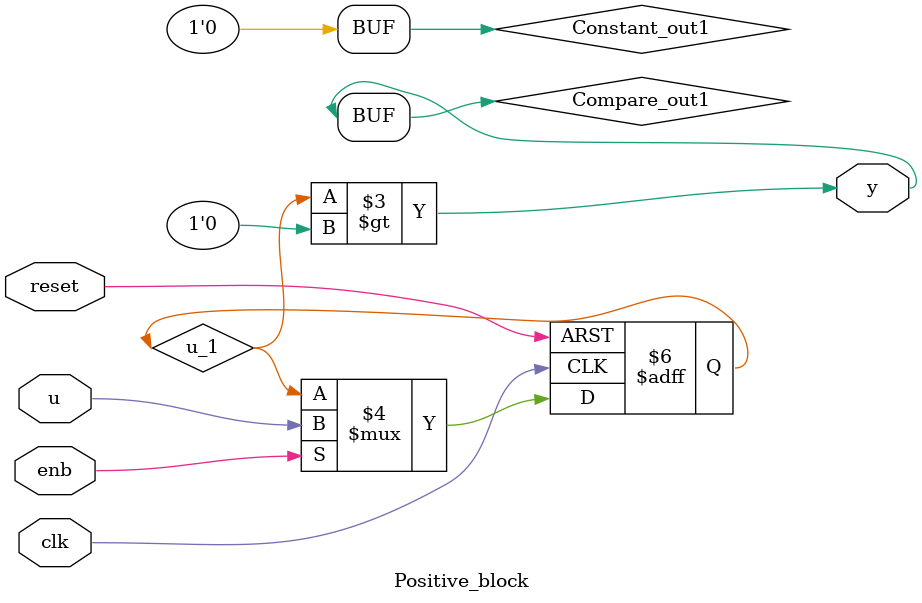
<source format=v>



`timescale 1 ns / 1 ns

module Positive_block
          (clk,
           reset,
           enb,
           u,
           y);


  input   clk;
  input   reset;
  input   enb;
  input   u;
  output  y;


  reg  u_1;
  wire Constant_out1;
  wire Compare_out1;


  always @(posedge clk or posedge reset)
    begin : rd_0_process
      if (reset == 1'b1) begin
        u_1 <= 1'b0;
      end
      else begin
        if (enb) begin
          u_1 <= u;
        end
      end
    end

  assign Constant_out1 = 1'b0;
  assign Compare_out1 = u_1 > Constant_out1;
  assign y = Compare_out1;

endmodule  // Positive_block


</source>
